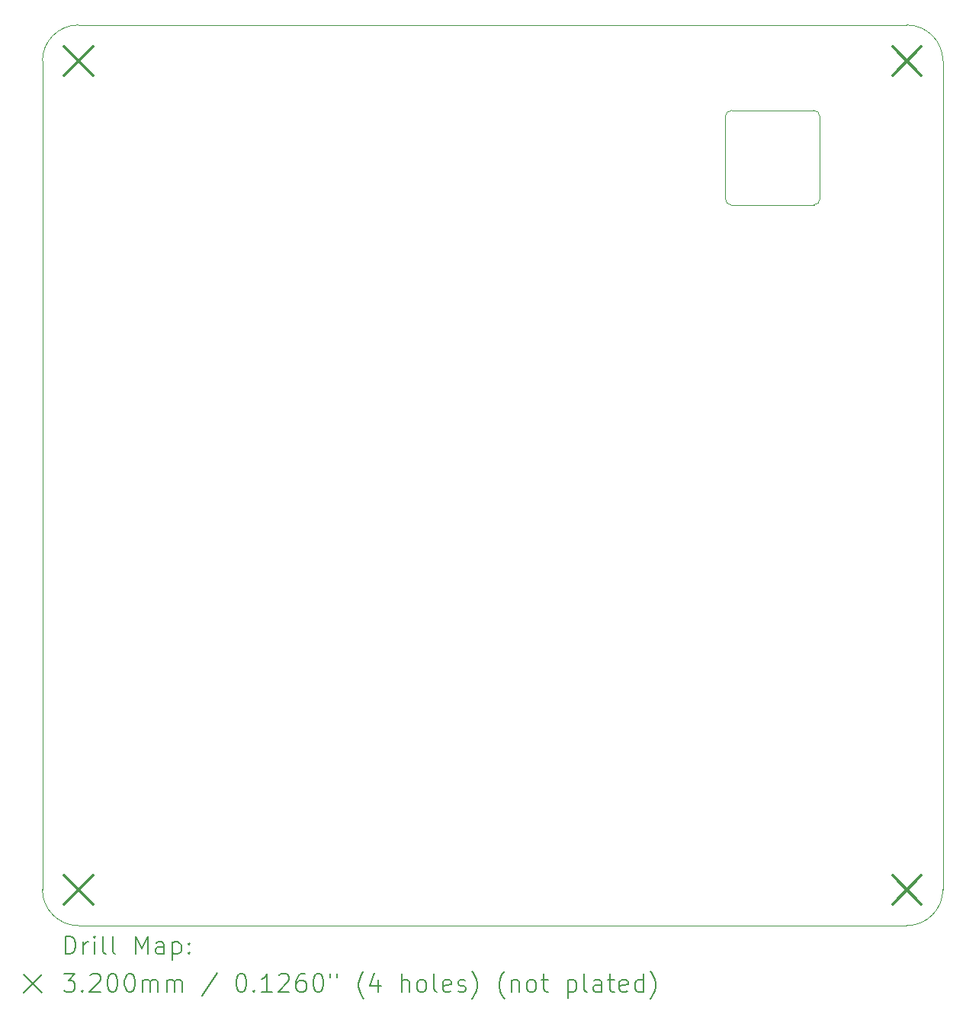
<source format=gbr>
%TF.GenerationSoftware,KiCad,Pcbnew,7.0.5*%
%TF.CreationDate,2023-12-17T10:26:12+13:00*%
%TF.ProjectId,main_board,6d61696e-5f62-46f6-9172-642e6b696361,2*%
%TF.SameCoordinates,Original*%
%TF.FileFunction,Drillmap*%
%TF.FilePolarity,Positive*%
%FSLAX45Y45*%
G04 Gerber Fmt 4.5, Leading zero omitted, Abs format (unit mm)*
G04 Created by KiCad (PCBNEW 7.0.5) date 2023-12-17 10:26:12*
%MOMM*%
%LPD*%
G01*
G04 APERTURE LIST*
%ADD10C,0.100000*%
%ADD11C,0.200000*%
%ADD12C,0.320000*%
G04 APERTURE END LIST*
D10*
X9000000Y-4514000D02*
G75*
G03*
X8600000Y-4914000I0J-400000D01*
G01*
X9000000Y-14514000D02*
X18200000Y-14514000D01*
X16253460Y-5463541D02*
G75*
G03*
X16184880Y-5529580I0J-68629D01*
G01*
X16184880Y-6446520D02*
X16184880Y-5529580D01*
X18200000Y-14514000D02*
G75*
G03*
X18600000Y-14114000I0J400000D01*
G01*
X17167860Y-6512560D02*
X16250920Y-6512560D01*
X18200000Y-4514000D02*
X9000000Y-4514000D01*
X17233900Y-5529580D02*
G75*
G03*
X17167860Y-5463540I-66040J0D01*
G01*
X17233900Y-5529580D02*
X17233900Y-6446520D01*
X17167860Y-6512560D02*
G75*
G03*
X17233900Y-6446520I0J66040D01*
G01*
X16253460Y-5463540D02*
X17167860Y-5463540D01*
X16184880Y-6446520D02*
G75*
G03*
X16250920Y-6512560I66040J0D01*
G01*
X18600000Y-14114000D02*
X18600000Y-4914000D01*
X8600000Y-14114000D02*
G75*
G03*
X9000000Y-14514000I400000J0D01*
G01*
X8600000Y-4914000D02*
X8600000Y-14114000D01*
X18600000Y-4914000D02*
G75*
G03*
X18200000Y-4514000I-400000J0D01*
G01*
D11*
D12*
X8840000Y-4754000D02*
X9160000Y-5074000D01*
X9160000Y-4754000D02*
X8840000Y-5074000D01*
X8840000Y-13954000D02*
X9160000Y-14274000D01*
X9160000Y-13954000D02*
X8840000Y-14274000D01*
X18040000Y-4754000D02*
X18360000Y-5074000D01*
X18360000Y-4754000D02*
X18040000Y-5074000D01*
X18040000Y-13954000D02*
X18360000Y-14274000D01*
X18360000Y-13954000D02*
X18040000Y-14274000D01*
D11*
X8855777Y-14830484D02*
X8855777Y-14630484D01*
X8855777Y-14630484D02*
X8903396Y-14630484D01*
X8903396Y-14630484D02*
X8931967Y-14640008D01*
X8931967Y-14640008D02*
X8951015Y-14659055D01*
X8951015Y-14659055D02*
X8960539Y-14678103D01*
X8960539Y-14678103D02*
X8970063Y-14716198D01*
X8970063Y-14716198D02*
X8970063Y-14744769D01*
X8970063Y-14744769D02*
X8960539Y-14782865D01*
X8960539Y-14782865D02*
X8951015Y-14801912D01*
X8951015Y-14801912D02*
X8931967Y-14820960D01*
X8931967Y-14820960D02*
X8903396Y-14830484D01*
X8903396Y-14830484D02*
X8855777Y-14830484D01*
X9055777Y-14830484D02*
X9055777Y-14697150D01*
X9055777Y-14735246D02*
X9065301Y-14716198D01*
X9065301Y-14716198D02*
X9074824Y-14706674D01*
X9074824Y-14706674D02*
X9093872Y-14697150D01*
X9093872Y-14697150D02*
X9112920Y-14697150D01*
X9179586Y-14830484D02*
X9179586Y-14697150D01*
X9179586Y-14630484D02*
X9170063Y-14640008D01*
X9170063Y-14640008D02*
X9179586Y-14649531D01*
X9179586Y-14649531D02*
X9189110Y-14640008D01*
X9189110Y-14640008D02*
X9179586Y-14630484D01*
X9179586Y-14630484D02*
X9179586Y-14649531D01*
X9303396Y-14830484D02*
X9284348Y-14820960D01*
X9284348Y-14820960D02*
X9274824Y-14801912D01*
X9274824Y-14801912D02*
X9274824Y-14630484D01*
X9408158Y-14830484D02*
X9389110Y-14820960D01*
X9389110Y-14820960D02*
X9379586Y-14801912D01*
X9379586Y-14801912D02*
X9379586Y-14630484D01*
X9636729Y-14830484D02*
X9636729Y-14630484D01*
X9636729Y-14630484D02*
X9703396Y-14773341D01*
X9703396Y-14773341D02*
X9770063Y-14630484D01*
X9770063Y-14630484D02*
X9770063Y-14830484D01*
X9951015Y-14830484D02*
X9951015Y-14725722D01*
X9951015Y-14725722D02*
X9941491Y-14706674D01*
X9941491Y-14706674D02*
X9922444Y-14697150D01*
X9922444Y-14697150D02*
X9884348Y-14697150D01*
X9884348Y-14697150D02*
X9865301Y-14706674D01*
X9951015Y-14820960D02*
X9931967Y-14830484D01*
X9931967Y-14830484D02*
X9884348Y-14830484D01*
X9884348Y-14830484D02*
X9865301Y-14820960D01*
X9865301Y-14820960D02*
X9855777Y-14801912D01*
X9855777Y-14801912D02*
X9855777Y-14782865D01*
X9855777Y-14782865D02*
X9865301Y-14763817D01*
X9865301Y-14763817D02*
X9884348Y-14754293D01*
X9884348Y-14754293D02*
X9931967Y-14754293D01*
X9931967Y-14754293D02*
X9951015Y-14744769D01*
X10046253Y-14697150D02*
X10046253Y-14897150D01*
X10046253Y-14706674D02*
X10065301Y-14697150D01*
X10065301Y-14697150D02*
X10103396Y-14697150D01*
X10103396Y-14697150D02*
X10122444Y-14706674D01*
X10122444Y-14706674D02*
X10131967Y-14716198D01*
X10131967Y-14716198D02*
X10141491Y-14735246D01*
X10141491Y-14735246D02*
X10141491Y-14792388D01*
X10141491Y-14792388D02*
X10131967Y-14811436D01*
X10131967Y-14811436D02*
X10122444Y-14820960D01*
X10122444Y-14820960D02*
X10103396Y-14830484D01*
X10103396Y-14830484D02*
X10065301Y-14830484D01*
X10065301Y-14830484D02*
X10046253Y-14820960D01*
X10227205Y-14811436D02*
X10236729Y-14820960D01*
X10236729Y-14820960D02*
X10227205Y-14830484D01*
X10227205Y-14830484D02*
X10217682Y-14820960D01*
X10217682Y-14820960D02*
X10227205Y-14811436D01*
X10227205Y-14811436D02*
X10227205Y-14830484D01*
X10227205Y-14706674D02*
X10236729Y-14716198D01*
X10236729Y-14716198D02*
X10227205Y-14725722D01*
X10227205Y-14725722D02*
X10217682Y-14716198D01*
X10217682Y-14716198D02*
X10227205Y-14706674D01*
X10227205Y-14706674D02*
X10227205Y-14725722D01*
X8395000Y-15059000D02*
X8595000Y-15259000D01*
X8595000Y-15059000D02*
X8395000Y-15259000D01*
X8836729Y-15050484D02*
X8960539Y-15050484D01*
X8960539Y-15050484D02*
X8893872Y-15126674D01*
X8893872Y-15126674D02*
X8922444Y-15126674D01*
X8922444Y-15126674D02*
X8941491Y-15136198D01*
X8941491Y-15136198D02*
X8951015Y-15145722D01*
X8951015Y-15145722D02*
X8960539Y-15164769D01*
X8960539Y-15164769D02*
X8960539Y-15212388D01*
X8960539Y-15212388D02*
X8951015Y-15231436D01*
X8951015Y-15231436D02*
X8941491Y-15240960D01*
X8941491Y-15240960D02*
X8922444Y-15250484D01*
X8922444Y-15250484D02*
X8865301Y-15250484D01*
X8865301Y-15250484D02*
X8846253Y-15240960D01*
X8846253Y-15240960D02*
X8836729Y-15231436D01*
X9046253Y-15231436D02*
X9055777Y-15240960D01*
X9055777Y-15240960D02*
X9046253Y-15250484D01*
X9046253Y-15250484D02*
X9036729Y-15240960D01*
X9036729Y-15240960D02*
X9046253Y-15231436D01*
X9046253Y-15231436D02*
X9046253Y-15250484D01*
X9131967Y-15069531D02*
X9141491Y-15060008D01*
X9141491Y-15060008D02*
X9160539Y-15050484D01*
X9160539Y-15050484D02*
X9208158Y-15050484D01*
X9208158Y-15050484D02*
X9227205Y-15060008D01*
X9227205Y-15060008D02*
X9236729Y-15069531D01*
X9236729Y-15069531D02*
X9246253Y-15088579D01*
X9246253Y-15088579D02*
X9246253Y-15107627D01*
X9246253Y-15107627D02*
X9236729Y-15136198D01*
X9236729Y-15136198D02*
X9122444Y-15250484D01*
X9122444Y-15250484D02*
X9246253Y-15250484D01*
X9370063Y-15050484D02*
X9389110Y-15050484D01*
X9389110Y-15050484D02*
X9408158Y-15060008D01*
X9408158Y-15060008D02*
X9417682Y-15069531D01*
X9417682Y-15069531D02*
X9427205Y-15088579D01*
X9427205Y-15088579D02*
X9436729Y-15126674D01*
X9436729Y-15126674D02*
X9436729Y-15174293D01*
X9436729Y-15174293D02*
X9427205Y-15212388D01*
X9427205Y-15212388D02*
X9417682Y-15231436D01*
X9417682Y-15231436D02*
X9408158Y-15240960D01*
X9408158Y-15240960D02*
X9389110Y-15250484D01*
X9389110Y-15250484D02*
X9370063Y-15250484D01*
X9370063Y-15250484D02*
X9351015Y-15240960D01*
X9351015Y-15240960D02*
X9341491Y-15231436D01*
X9341491Y-15231436D02*
X9331967Y-15212388D01*
X9331967Y-15212388D02*
X9322444Y-15174293D01*
X9322444Y-15174293D02*
X9322444Y-15126674D01*
X9322444Y-15126674D02*
X9331967Y-15088579D01*
X9331967Y-15088579D02*
X9341491Y-15069531D01*
X9341491Y-15069531D02*
X9351015Y-15060008D01*
X9351015Y-15060008D02*
X9370063Y-15050484D01*
X9560539Y-15050484D02*
X9579586Y-15050484D01*
X9579586Y-15050484D02*
X9598634Y-15060008D01*
X9598634Y-15060008D02*
X9608158Y-15069531D01*
X9608158Y-15069531D02*
X9617682Y-15088579D01*
X9617682Y-15088579D02*
X9627205Y-15126674D01*
X9627205Y-15126674D02*
X9627205Y-15174293D01*
X9627205Y-15174293D02*
X9617682Y-15212388D01*
X9617682Y-15212388D02*
X9608158Y-15231436D01*
X9608158Y-15231436D02*
X9598634Y-15240960D01*
X9598634Y-15240960D02*
X9579586Y-15250484D01*
X9579586Y-15250484D02*
X9560539Y-15250484D01*
X9560539Y-15250484D02*
X9541491Y-15240960D01*
X9541491Y-15240960D02*
X9531967Y-15231436D01*
X9531967Y-15231436D02*
X9522444Y-15212388D01*
X9522444Y-15212388D02*
X9512920Y-15174293D01*
X9512920Y-15174293D02*
X9512920Y-15126674D01*
X9512920Y-15126674D02*
X9522444Y-15088579D01*
X9522444Y-15088579D02*
X9531967Y-15069531D01*
X9531967Y-15069531D02*
X9541491Y-15060008D01*
X9541491Y-15060008D02*
X9560539Y-15050484D01*
X9712920Y-15250484D02*
X9712920Y-15117150D01*
X9712920Y-15136198D02*
X9722444Y-15126674D01*
X9722444Y-15126674D02*
X9741491Y-15117150D01*
X9741491Y-15117150D02*
X9770063Y-15117150D01*
X9770063Y-15117150D02*
X9789110Y-15126674D01*
X9789110Y-15126674D02*
X9798634Y-15145722D01*
X9798634Y-15145722D02*
X9798634Y-15250484D01*
X9798634Y-15145722D02*
X9808158Y-15126674D01*
X9808158Y-15126674D02*
X9827205Y-15117150D01*
X9827205Y-15117150D02*
X9855777Y-15117150D01*
X9855777Y-15117150D02*
X9874825Y-15126674D01*
X9874825Y-15126674D02*
X9884348Y-15145722D01*
X9884348Y-15145722D02*
X9884348Y-15250484D01*
X9979586Y-15250484D02*
X9979586Y-15117150D01*
X9979586Y-15136198D02*
X9989110Y-15126674D01*
X9989110Y-15126674D02*
X10008158Y-15117150D01*
X10008158Y-15117150D02*
X10036729Y-15117150D01*
X10036729Y-15117150D02*
X10055777Y-15126674D01*
X10055777Y-15126674D02*
X10065301Y-15145722D01*
X10065301Y-15145722D02*
X10065301Y-15250484D01*
X10065301Y-15145722D02*
X10074825Y-15126674D01*
X10074825Y-15126674D02*
X10093872Y-15117150D01*
X10093872Y-15117150D02*
X10122444Y-15117150D01*
X10122444Y-15117150D02*
X10141491Y-15126674D01*
X10141491Y-15126674D02*
X10151015Y-15145722D01*
X10151015Y-15145722D02*
X10151015Y-15250484D01*
X10541491Y-15040960D02*
X10370063Y-15298103D01*
X10798634Y-15050484D02*
X10817682Y-15050484D01*
X10817682Y-15050484D02*
X10836729Y-15060008D01*
X10836729Y-15060008D02*
X10846253Y-15069531D01*
X10846253Y-15069531D02*
X10855777Y-15088579D01*
X10855777Y-15088579D02*
X10865301Y-15126674D01*
X10865301Y-15126674D02*
X10865301Y-15174293D01*
X10865301Y-15174293D02*
X10855777Y-15212388D01*
X10855777Y-15212388D02*
X10846253Y-15231436D01*
X10846253Y-15231436D02*
X10836729Y-15240960D01*
X10836729Y-15240960D02*
X10817682Y-15250484D01*
X10817682Y-15250484D02*
X10798634Y-15250484D01*
X10798634Y-15250484D02*
X10779587Y-15240960D01*
X10779587Y-15240960D02*
X10770063Y-15231436D01*
X10770063Y-15231436D02*
X10760539Y-15212388D01*
X10760539Y-15212388D02*
X10751015Y-15174293D01*
X10751015Y-15174293D02*
X10751015Y-15126674D01*
X10751015Y-15126674D02*
X10760539Y-15088579D01*
X10760539Y-15088579D02*
X10770063Y-15069531D01*
X10770063Y-15069531D02*
X10779587Y-15060008D01*
X10779587Y-15060008D02*
X10798634Y-15050484D01*
X10951015Y-15231436D02*
X10960539Y-15240960D01*
X10960539Y-15240960D02*
X10951015Y-15250484D01*
X10951015Y-15250484D02*
X10941491Y-15240960D01*
X10941491Y-15240960D02*
X10951015Y-15231436D01*
X10951015Y-15231436D02*
X10951015Y-15250484D01*
X11151015Y-15250484D02*
X11036729Y-15250484D01*
X11093872Y-15250484D02*
X11093872Y-15050484D01*
X11093872Y-15050484D02*
X11074825Y-15079055D01*
X11074825Y-15079055D02*
X11055777Y-15098103D01*
X11055777Y-15098103D02*
X11036729Y-15107627D01*
X11227206Y-15069531D02*
X11236729Y-15060008D01*
X11236729Y-15060008D02*
X11255777Y-15050484D01*
X11255777Y-15050484D02*
X11303396Y-15050484D01*
X11303396Y-15050484D02*
X11322444Y-15060008D01*
X11322444Y-15060008D02*
X11331967Y-15069531D01*
X11331967Y-15069531D02*
X11341491Y-15088579D01*
X11341491Y-15088579D02*
X11341491Y-15107627D01*
X11341491Y-15107627D02*
X11331967Y-15136198D01*
X11331967Y-15136198D02*
X11217682Y-15250484D01*
X11217682Y-15250484D02*
X11341491Y-15250484D01*
X11512920Y-15050484D02*
X11474825Y-15050484D01*
X11474825Y-15050484D02*
X11455777Y-15060008D01*
X11455777Y-15060008D02*
X11446253Y-15069531D01*
X11446253Y-15069531D02*
X11427206Y-15098103D01*
X11427206Y-15098103D02*
X11417682Y-15136198D01*
X11417682Y-15136198D02*
X11417682Y-15212388D01*
X11417682Y-15212388D02*
X11427206Y-15231436D01*
X11427206Y-15231436D02*
X11436729Y-15240960D01*
X11436729Y-15240960D02*
X11455777Y-15250484D01*
X11455777Y-15250484D02*
X11493872Y-15250484D01*
X11493872Y-15250484D02*
X11512920Y-15240960D01*
X11512920Y-15240960D02*
X11522444Y-15231436D01*
X11522444Y-15231436D02*
X11531967Y-15212388D01*
X11531967Y-15212388D02*
X11531967Y-15164769D01*
X11531967Y-15164769D02*
X11522444Y-15145722D01*
X11522444Y-15145722D02*
X11512920Y-15136198D01*
X11512920Y-15136198D02*
X11493872Y-15126674D01*
X11493872Y-15126674D02*
X11455777Y-15126674D01*
X11455777Y-15126674D02*
X11436729Y-15136198D01*
X11436729Y-15136198D02*
X11427206Y-15145722D01*
X11427206Y-15145722D02*
X11417682Y-15164769D01*
X11655777Y-15050484D02*
X11674825Y-15050484D01*
X11674825Y-15050484D02*
X11693872Y-15060008D01*
X11693872Y-15060008D02*
X11703396Y-15069531D01*
X11703396Y-15069531D02*
X11712920Y-15088579D01*
X11712920Y-15088579D02*
X11722444Y-15126674D01*
X11722444Y-15126674D02*
X11722444Y-15174293D01*
X11722444Y-15174293D02*
X11712920Y-15212388D01*
X11712920Y-15212388D02*
X11703396Y-15231436D01*
X11703396Y-15231436D02*
X11693872Y-15240960D01*
X11693872Y-15240960D02*
X11674825Y-15250484D01*
X11674825Y-15250484D02*
X11655777Y-15250484D01*
X11655777Y-15250484D02*
X11636729Y-15240960D01*
X11636729Y-15240960D02*
X11627206Y-15231436D01*
X11627206Y-15231436D02*
X11617682Y-15212388D01*
X11617682Y-15212388D02*
X11608158Y-15174293D01*
X11608158Y-15174293D02*
X11608158Y-15126674D01*
X11608158Y-15126674D02*
X11617682Y-15088579D01*
X11617682Y-15088579D02*
X11627206Y-15069531D01*
X11627206Y-15069531D02*
X11636729Y-15060008D01*
X11636729Y-15060008D02*
X11655777Y-15050484D01*
X11798634Y-15050484D02*
X11798634Y-15088579D01*
X11874825Y-15050484D02*
X11874825Y-15088579D01*
X12170063Y-15326674D02*
X12160539Y-15317150D01*
X12160539Y-15317150D02*
X12141491Y-15288579D01*
X12141491Y-15288579D02*
X12131968Y-15269531D01*
X12131968Y-15269531D02*
X12122444Y-15240960D01*
X12122444Y-15240960D02*
X12112920Y-15193341D01*
X12112920Y-15193341D02*
X12112920Y-15155246D01*
X12112920Y-15155246D02*
X12122444Y-15107627D01*
X12122444Y-15107627D02*
X12131968Y-15079055D01*
X12131968Y-15079055D02*
X12141491Y-15060008D01*
X12141491Y-15060008D02*
X12160539Y-15031436D01*
X12160539Y-15031436D02*
X12170063Y-15021912D01*
X12331968Y-15117150D02*
X12331968Y-15250484D01*
X12284348Y-15040960D02*
X12236729Y-15183817D01*
X12236729Y-15183817D02*
X12360539Y-15183817D01*
X12589110Y-15250484D02*
X12589110Y-15050484D01*
X12674825Y-15250484D02*
X12674825Y-15145722D01*
X12674825Y-15145722D02*
X12665301Y-15126674D01*
X12665301Y-15126674D02*
X12646253Y-15117150D01*
X12646253Y-15117150D02*
X12617682Y-15117150D01*
X12617682Y-15117150D02*
X12598634Y-15126674D01*
X12598634Y-15126674D02*
X12589110Y-15136198D01*
X12798634Y-15250484D02*
X12779587Y-15240960D01*
X12779587Y-15240960D02*
X12770063Y-15231436D01*
X12770063Y-15231436D02*
X12760539Y-15212388D01*
X12760539Y-15212388D02*
X12760539Y-15155246D01*
X12760539Y-15155246D02*
X12770063Y-15136198D01*
X12770063Y-15136198D02*
X12779587Y-15126674D01*
X12779587Y-15126674D02*
X12798634Y-15117150D01*
X12798634Y-15117150D02*
X12827206Y-15117150D01*
X12827206Y-15117150D02*
X12846253Y-15126674D01*
X12846253Y-15126674D02*
X12855777Y-15136198D01*
X12855777Y-15136198D02*
X12865301Y-15155246D01*
X12865301Y-15155246D02*
X12865301Y-15212388D01*
X12865301Y-15212388D02*
X12855777Y-15231436D01*
X12855777Y-15231436D02*
X12846253Y-15240960D01*
X12846253Y-15240960D02*
X12827206Y-15250484D01*
X12827206Y-15250484D02*
X12798634Y-15250484D01*
X12979587Y-15250484D02*
X12960539Y-15240960D01*
X12960539Y-15240960D02*
X12951015Y-15221912D01*
X12951015Y-15221912D02*
X12951015Y-15050484D01*
X13131968Y-15240960D02*
X13112920Y-15250484D01*
X13112920Y-15250484D02*
X13074825Y-15250484D01*
X13074825Y-15250484D02*
X13055777Y-15240960D01*
X13055777Y-15240960D02*
X13046253Y-15221912D01*
X13046253Y-15221912D02*
X13046253Y-15145722D01*
X13046253Y-15145722D02*
X13055777Y-15126674D01*
X13055777Y-15126674D02*
X13074825Y-15117150D01*
X13074825Y-15117150D02*
X13112920Y-15117150D01*
X13112920Y-15117150D02*
X13131968Y-15126674D01*
X13131968Y-15126674D02*
X13141491Y-15145722D01*
X13141491Y-15145722D02*
X13141491Y-15164769D01*
X13141491Y-15164769D02*
X13046253Y-15183817D01*
X13217682Y-15240960D02*
X13236730Y-15250484D01*
X13236730Y-15250484D02*
X13274825Y-15250484D01*
X13274825Y-15250484D02*
X13293872Y-15240960D01*
X13293872Y-15240960D02*
X13303396Y-15221912D01*
X13303396Y-15221912D02*
X13303396Y-15212388D01*
X13303396Y-15212388D02*
X13293872Y-15193341D01*
X13293872Y-15193341D02*
X13274825Y-15183817D01*
X13274825Y-15183817D02*
X13246253Y-15183817D01*
X13246253Y-15183817D02*
X13227206Y-15174293D01*
X13227206Y-15174293D02*
X13217682Y-15155246D01*
X13217682Y-15155246D02*
X13217682Y-15145722D01*
X13217682Y-15145722D02*
X13227206Y-15126674D01*
X13227206Y-15126674D02*
X13246253Y-15117150D01*
X13246253Y-15117150D02*
X13274825Y-15117150D01*
X13274825Y-15117150D02*
X13293872Y-15126674D01*
X13370063Y-15326674D02*
X13379587Y-15317150D01*
X13379587Y-15317150D02*
X13398634Y-15288579D01*
X13398634Y-15288579D02*
X13408158Y-15269531D01*
X13408158Y-15269531D02*
X13417682Y-15240960D01*
X13417682Y-15240960D02*
X13427206Y-15193341D01*
X13427206Y-15193341D02*
X13427206Y-15155246D01*
X13427206Y-15155246D02*
X13417682Y-15107627D01*
X13417682Y-15107627D02*
X13408158Y-15079055D01*
X13408158Y-15079055D02*
X13398634Y-15060008D01*
X13398634Y-15060008D02*
X13379587Y-15031436D01*
X13379587Y-15031436D02*
X13370063Y-15021912D01*
X13731968Y-15326674D02*
X13722444Y-15317150D01*
X13722444Y-15317150D02*
X13703396Y-15288579D01*
X13703396Y-15288579D02*
X13693872Y-15269531D01*
X13693872Y-15269531D02*
X13684349Y-15240960D01*
X13684349Y-15240960D02*
X13674825Y-15193341D01*
X13674825Y-15193341D02*
X13674825Y-15155246D01*
X13674825Y-15155246D02*
X13684349Y-15107627D01*
X13684349Y-15107627D02*
X13693872Y-15079055D01*
X13693872Y-15079055D02*
X13703396Y-15060008D01*
X13703396Y-15060008D02*
X13722444Y-15031436D01*
X13722444Y-15031436D02*
X13731968Y-15021912D01*
X13808158Y-15117150D02*
X13808158Y-15250484D01*
X13808158Y-15136198D02*
X13817682Y-15126674D01*
X13817682Y-15126674D02*
X13836730Y-15117150D01*
X13836730Y-15117150D02*
X13865301Y-15117150D01*
X13865301Y-15117150D02*
X13884349Y-15126674D01*
X13884349Y-15126674D02*
X13893872Y-15145722D01*
X13893872Y-15145722D02*
X13893872Y-15250484D01*
X14017682Y-15250484D02*
X13998634Y-15240960D01*
X13998634Y-15240960D02*
X13989111Y-15231436D01*
X13989111Y-15231436D02*
X13979587Y-15212388D01*
X13979587Y-15212388D02*
X13979587Y-15155246D01*
X13979587Y-15155246D02*
X13989111Y-15136198D01*
X13989111Y-15136198D02*
X13998634Y-15126674D01*
X13998634Y-15126674D02*
X14017682Y-15117150D01*
X14017682Y-15117150D02*
X14046253Y-15117150D01*
X14046253Y-15117150D02*
X14065301Y-15126674D01*
X14065301Y-15126674D02*
X14074825Y-15136198D01*
X14074825Y-15136198D02*
X14084349Y-15155246D01*
X14084349Y-15155246D02*
X14084349Y-15212388D01*
X14084349Y-15212388D02*
X14074825Y-15231436D01*
X14074825Y-15231436D02*
X14065301Y-15240960D01*
X14065301Y-15240960D02*
X14046253Y-15250484D01*
X14046253Y-15250484D02*
X14017682Y-15250484D01*
X14141492Y-15117150D02*
X14217682Y-15117150D01*
X14170063Y-15050484D02*
X14170063Y-15221912D01*
X14170063Y-15221912D02*
X14179587Y-15240960D01*
X14179587Y-15240960D02*
X14198634Y-15250484D01*
X14198634Y-15250484D02*
X14217682Y-15250484D01*
X14436730Y-15117150D02*
X14436730Y-15317150D01*
X14436730Y-15126674D02*
X14455777Y-15117150D01*
X14455777Y-15117150D02*
X14493873Y-15117150D01*
X14493873Y-15117150D02*
X14512920Y-15126674D01*
X14512920Y-15126674D02*
X14522444Y-15136198D01*
X14522444Y-15136198D02*
X14531968Y-15155246D01*
X14531968Y-15155246D02*
X14531968Y-15212388D01*
X14531968Y-15212388D02*
X14522444Y-15231436D01*
X14522444Y-15231436D02*
X14512920Y-15240960D01*
X14512920Y-15240960D02*
X14493873Y-15250484D01*
X14493873Y-15250484D02*
X14455777Y-15250484D01*
X14455777Y-15250484D02*
X14436730Y-15240960D01*
X14646253Y-15250484D02*
X14627206Y-15240960D01*
X14627206Y-15240960D02*
X14617682Y-15221912D01*
X14617682Y-15221912D02*
X14617682Y-15050484D01*
X14808158Y-15250484D02*
X14808158Y-15145722D01*
X14808158Y-15145722D02*
X14798634Y-15126674D01*
X14798634Y-15126674D02*
X14779587Y-15117150D01*
X14779587Y-15117150D02*
X14741492Y-15117150D01*
X14741492Y-15117150D02*
X14722444Y-15126674D01*
X14808158Y-15240960D02*
X14789111Y-15250484D01*
X14789111Y-15250484D02*
X14741492Y-15250484D01*
X14741492Y-15250484D02*
X14722444Y-15240960D01*
X14722444Y-15240960D02*
X14712920Y-15221912D01*
X14712920Y-15221912D02*
X14712920Y-15202865D01*
X14712920Y-15202865D02*
X14722444Y-15183817D01*
X14722444Y-15183817D02*
X14741492Y-15174293D01*
X14741492Y-15174293D02*
X14789111Y-15174293D01*
X14789111Y-15174293D02*
X14808158Y-15164769D01*
X14874825Y-15117150D02*
X14951015Y-15117150D01*
X14903396Y-15050484D02*
X14903396Y-15221912D01*
X14903396Y-15221912D02*
X14912920Y-15240960D01*
X14912920Y-15240960D02*
X14931968Y-15250484D01*
X14931968Y-15250484D02*
X14951015Y-15250484D01*
X15093873Y-15240960D02*
X15074825Y-15250484D01*
X15074825Y-15250484D02*
X15036730Y-15250484D01*
X15036730Y-15250484D02*
X15017682Y-15240960D01*
X15017682Y-15240960D02*
X15008158Y-15221912D01*
X15008158Y-15221912D02*
X15008158Y-15145722D01*
X15008158Y-15145722D02*
X15017682Y-15126674D01*
X15017682Y-15126674D02*
X15036730Y-15117150D01*
X15036730Y-15117150D02*
X15074825Y-15117150D01*
X15074825Y-15117150D02*
X15093873Y-15126674D01*
X15093873Y-15126674D02*
X15103396Y-15145722D01*
X15103396Y-15145722D02*
X15103396Y-15164769D01*
X15103396Y-15164769D02*
X15008158Y-15183817D01*
X15274825Y-15250484D02*
X15274825Y-15050484D01*
X15274825Y-15240960D02*
X15255777Y-15250484D01*
X15255777Y-15250484D02*
X15217682Y-15250484D01*
X15217682Y-15250484D02*
X15198634Y-15240960D01*
X15198634Y-15240960D02*
X15189111Y-15231436D01*
X15189111Y-15231436D02*
X15179587Y-15212388D01*
X15179587Y-15212388D02*
X15179587Y-15155246D01*
X15179587Y-15155246D02*
X15189111Y-15136198D01*
X15189111Y-15136198D02*
X15198634Y-15126674D01*
X15198634Y-15126674D02*
X15217682Y-15117150D01*
X15217682Y-15117150D02*
X15255777Y-15117150D01*
X15255777Y-15117150D02*
X15274825Y-15126674D01*
X15351015Y-15326674D02*
X15360539Y-15317150D01*
X15360539Y-15317150D02*
X15379587Y-15288579D01*
X15379587Y-15288579D02*
X15389111Y-15269531D01*
X15389111Y-15269531D02*
X15398634Y-15240960D01*
X15398634Y-15240960D02*
X15408158Y-15193341D01*
X15408158Y-15193341D02*
X15408158Y-15155246D01*
X15408158Y-15155246D02*
X15398634Y-15107627D01*
X15398634Y-15107627D02*
X15389111Y-15079055D01*
X15389111Y-15079055D02*
X15379587Y-15060008D01*
X15379587Y-15060008D02*
X15360539Y-15031436D01*
X15360539Y-15031436D02*
X15351015Y-15021912D01*
M02*

</source>
